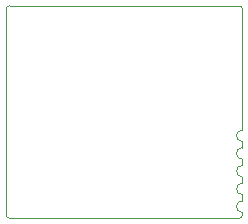
<source format=gbr>
%TF.GenerationSoftware,KiCad,Pcbnew,(5.1.6-0-10_14)*%
%TF.CreationDate,2021-01-13T21:17:16+08:00*%
%TF.ProjectId,Zeeuss,5a656575-7373-42e6-9b69-6361645f7063,rev?*%
%TF.SameCoordinates,Original*%
%TF.FileFunction,Profile,NP*%
%FSLAX46Y46*%
G04 Gerber Fmt 4.6, Leading zero omitted, Abs format (unit mm)*
G04 Created by KiCad (PCBNEW (5.1.6-0-10_14)) date 2021-01-13 21:17:16*
%MOMM*%
%LPD*%
G01*
G04 APERTURE LIST*
%TA.AperFunction,Profile*%
%ADD10C,0.050000*%
%TD*%
G04 APERTURE END LIST*
D10*
X120000000Y-114500000D02*
G75*
G02*
X120000000Y-113500000I0J500000D01*
G01*
X120000000Y-114500000D02*
X120000000Y-115000000D01*
X120000000Y-117500000D02*
X120000000Y-117700000D01*
X120000000Y-116000000D02*
X120000000Y-116500000D01*
X120000000Y-113000000D02*
X120000000Y-113500000D01*
X120000000Y-111500000D02*
X120000000Y-112000000D01*
X120000000Y-116000000D02*
G75*
G02*
X120000000Y-115000000I0J500000D01*
G01*
X120000000Y-111500000D02*
G75*
G02*
X120000000Y-110500000I0J500000D01*
G01*
X120000000Y-113000000D02*
G75*
G02*
X120000000Y-112000000I0J500000D01*
G01*
X120000000Y-117500000D02*
G75*
G02*
X120000000Y-116500000I0J500000D01*
G01*
X100300000Y-118000000D02*
G75*
G02*
X100000000Y-117700000I0J300000D01*
G01*
X120000000Y-117700000D02*
G75*
G02*
X119700000Y-118000000I-300000J0D01*
G01*
X119700000Y-100000000D02*
G75*
G02*
X120000000Y-100300000I0J-300000D01*
G01*
X100000000Y-100300000D02*
G75*
G02*
X100300000Y-100000000I300000J0D01*
G01*
X100000000Y-117700000D02*
X100000000Y-100300000D01*
X119700000Y-118000000D02*
X100300000Y-118000000D01*
X120000000Y-100300000D02*
X120000000Y-110500000D01*
X100300000Y-100000000D02*
X119700000Y-100000000D01*
M02*

</source>
